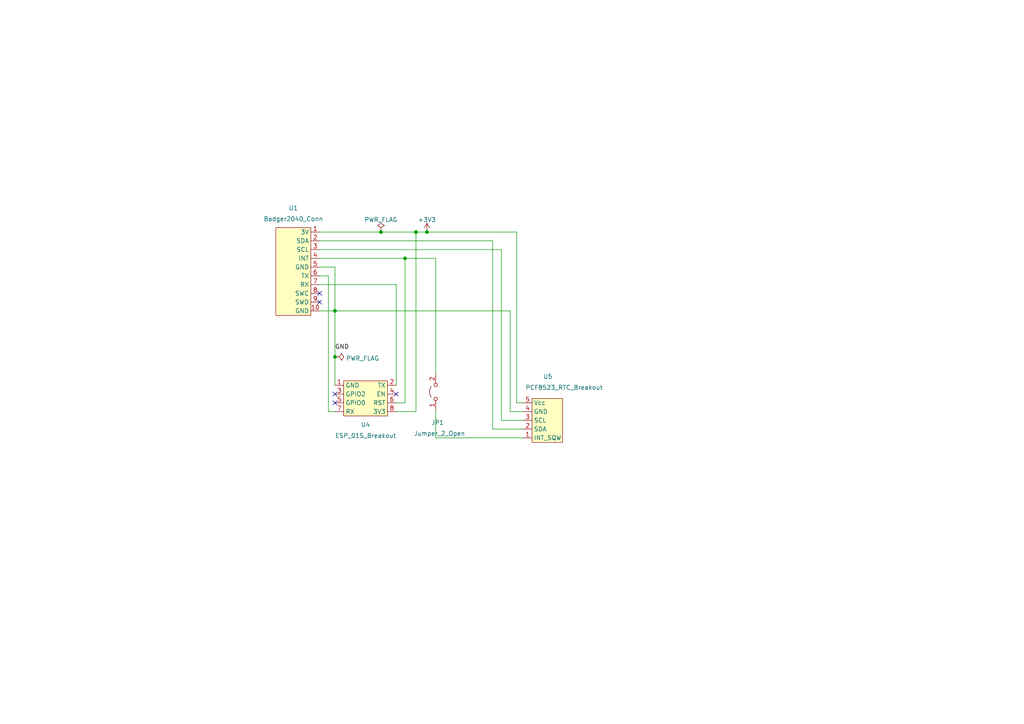
<source format=kicad_sch>
(kicad_sch (version 20211123) (generator eeschema)
  (paper "A4")
  (title_block (title "badger-240-wlan") (date "2022-11-12") (rev "4") (company "Bernhard Bablok") (comment 1 "https://github.com/bablokb/pcb-badger2040-wlan"))
  (lib_symbols
    (symbol "Jumper:Jumper_2_Open" (pin_names (offset 0) hide)
      (property "Reference" "JP" (at 0 2.794 0))
      (property "Value" "Jumper_2_Open" (at 0 -2.286 0))
      (symbol "Jumper_2_Open_0_0"
        (circle (center -2.032 0) (radius 0.508))
        (circle (center 2.032 0) (radius 0.508))
      )
      (symbol "Jumper_2_Open_0_1"
        (arc (start 1.524 1.27) (mid 0 1.778) (end -1.524 1.27))
      )
      (symbol "Jumper_2_Open_1_1"
        (pin passive line (at -5.08 0 0) (length 2.54) (name "A") (number "1"))
        (pin passive line (at 5.08 0 180) (length 2.54) (name "B") (number "2"))
      )
    )
    (symbol "power:+3V3" (power) (pin_names (offset 0))
      (property "Value" "+3V3" (at 0 3.556 0))
      (symbol "+3V3_0_1"
        (polyline (pts (xy -0.762 1.27) (xy 0 2.54)))
        (polyline (pts (xy 0 0) (xy 0 2.54)))
        (polyline (pts (xy 0 2.54) (xy 0.762 1.27)))
      )
      (symbol "+3V3_1_1"
        (pin power_in line (at 0 0 90) (length 0) hide (name "+3V3") (number "1"))
      )
    )
    (symbol "power:PWR_FLAG" (power) (pin_numbers hide) (pin_names (offset 0) hide)
      (property "Value" "PWR_FLAG" (at 0 3.81 0))
      (symbol "PWR_FLAG_0_0"
        (pin power_out line (at 0 0 90) (length 0) (name "pwr") (number "1"))
      )
      (symbol "PWR_FLAG_0_1"
        (polyline (pts (xy 0 0) (xy 0 1.27) (xy -1.016 1.905) (xy 0 2.54) (xy 1.016 1.905) (xy 0 1.27)))
      )
    )
    (symbol "user:Badger2040_Conn"
      (property "Reference" "U" (at 2.54 7.62 0))
      (property "Value" "Badger2040_Conn" (at 2.54 11.43 0))
      (symbol "Badger2040_Conn_0_1"
        (rectangle (start 0 5.08) (end 10.16 -20.32) (stroke (width 0.1524)) (fill (type background)))
      )
      (symbol "Badger2040_Conn_1_1"
        (pin power_in line (at -2.54 3.81 0) (length 2.54) (name "3V") (number "1"))
        (pin power_in line (at -2.54 -19.05 0) (length 2.54) (name "GND") (number "10"))
        (pin bidirectional line (at -2.54 1.27 0) (length 2.54) (name "SDA") (number "2"))
        (pin bidirectional line (at -2.54 -1.27 0) (length 2.54) (name "SCL") (number "3"))
        (pin bidirectional line (at -2.54 -3.81 0) (length 2.54) (name "INT") (number "4"))
        (pin power_in line (at -2.54 -6.35 0) (length 2.54) (name "GND") (number "5"))
        (pin bidirectional line (at -2.54 -8.89 0) (length 2.54) (name "TX") (number "6"))
        (pin input line (at -2.54 -11.43 0) (length 2.54) (name "RX") (number "7"))
        (pin bidirectional line (at -2.54 -13.97 0) (length 2.54) (name "SWC") (number "8"))
        (pin bidirectional line (at -2.54 -16.51 0) (length 2.54) (name "SWD") (number "9"))
      )
    )
    (symbol "user:ESP_01S_Breakout" (in_bom no)
      (property "Reference" "U" (at 0 6.35 0))
      (property "Value" "ESP_01S_Breakout" (at 0 8.89 0))
      (symbol "ESP_01S_Breakout_0_1"
        (rectangle (start -6.35 5.08) (end 6.35 -5.08) (stroke (width 0.1524)) (fill (type background)))
      )
      (symbol "ESP_01S_Breakout_1_1"
        (pin power_in line (at -8.89 3.81 0) (length 2.54) (name "GND") (number "1"))
        (pin output line (at 8.89 3.81 180) (length 2.54) (name "TX") (number "2"))
        (pin bidirectional line (at -8.89 1.27 0) (length 2.54) (name "GPIO2") (number "3"))
        (pin input line (at 8.89 1.27 180) (length 2.54) (name "EN") (number "4"))
        (pin bidirectional line (at -8.89 -1.27 0) (length 2.54) (name "GPIO0") (number "5"))
        (pin input line (at 8.89 -1.27 180) (length 2.54) (name "RST") (number "6"))
        (pin input line (at -8.89 -3.81 0) (length 2.54) (name "RX") (number "7"))
        (pin power_in line (at 8.89 -3.81 180) (length 2.54) (name "3V3") (number "8"))
      )
    )
    (symbol "user:PCF8523_RTC_Breakout" (in_bom no)
      (property "Reference" "U?" (at 2.54 10.16 0))
      (property "Value" "PCF8523_RTC_Breakout" (at -6.35 7.62 0))
      (symbol "PCF8523_RTC_Breakout_0_1"
        (rectangle (start -1.27 3.81) (end 7.62 -8.89) (stroke (width 0.1524)) (fill (type background)))
      )
      (symbol "PCF8523_RTC_Breakout_1_1"
        (pin output line (at -3.81 -7.62 0) (length 2.54) (name "INT_SQW") (number "1"))
        (pin output line (at -3.81 -5.08 0) (length 2.54) (name "SDA") (number "2"))
        (pin input line (at -3.81 -2.54 0) (length 2.54) (name "SCL") (number "3"))
        (pin power_in line (at -3.81 0 0) (length 2.54) (name "GND") (number "4"))
        (pin power_in line (at -3.81 2.54 0) (length 2.54) (name "Vcc") (number "5"))
      )
    )
  )
  (junction (at 97.155 103.505))
  (junction (at 97.155 90.17))
  (junction (at 117.475 74.93))
  (junction (at 120.65 67.31))
  (junction (at 110.49 67.31))
  (junction (at 123.825 67.31))
  (no_connect (at 97.155 114.3))
  (no_connect (at 114.935 114.3))
  (no_connect (at 97.155 116.84))
  (no_connect (at 92.71 87.63))
  (no_connect (at 92.71 85.09))
  (wire (pts (xy 151.765 124.46) (xy 142.875 124.46)))
  (wire (pts (xy 92.71 77.47) (xy 97.155 77.47)))
  (wire (pts (xy 92.71 72.39) (xy 145.415 72.39)))
  (wire (pts (xy 92.71 74.93) (xy 117.475 74.93)))
  (wire (pts (xy 120.65 119.38) (xy 120.65 67.31)))
  (wire (pts (xy 120.65 67.31) (xy 123.825 67.31)))
  (wire (pts (xy 97.155 90.17) (xy 147.955 90.17)))
  (wire (pts (xy 151.765 119.38) (xy 147.955 119.38)))
  (wire (pts (xy 97.155 90.17) (xy 97.155 103.505)))
  (wire (pts (xy 147.955 119.38) (xy 147.955 90.17)))
  (wire (pts (xy 149.86 67.31) (xy 149.86 116.84)))
  (wire (pts (xy 151.765 121.92) (xy 145.415 121.92)))
  (wire (pts (xy 151.765 116.84) (xy 149.86 116.84)))
  (wire (pts (xy 126.365 127) (xy 151.765 127)))
  (wire (pts (xy 110.49 67.31) (xy 120.65 67.31)))
  (wire (pts (xy 114.935 82.55) (xy 114.935 111.76)))
  (wire (pts (xy 92.71 80.01) (xy 95.25 80.01)))
  (wire (pts (xy 97.155 119.38) (xy 95.25 119.38)))
  (wire (pts (xy 92.71 82.55) (xy 114.935 82.55)))
  (wire (pts (xy 142.875 124.46) (xy 142.875 69.85)))
  (wire (pts (xy 145.415 121.92) (xy 145.415 72.39)))
  (wire (pts (xy 126.365 74.93) (xy 126.365 108.585)))
  (wire (pts (xy 126.365 127) (xy 126.365 118.745)))
  (wire (pts (xy 114.935 119.38) (xy 120.65 119.38)))
  (wire (pts (xy 97.155 77.47) (xy 97.155 90.17)))
  (wire (pts (xy 97.155 103.505) (xy 97.155 111.76)))
  (wire (pts (xy 92.71 90.17) (xy 97.155 90.17)))
  (wire (pts (xy 117.475 74.93) (xy 126.365 74.93)))
  (wire (pts (xy 123.825 67.31) (xy 149.86 67.31)))
  (wire (pts (xy 117.475 116.84) (xy 117.475 74.93)))
  (wire (pts (xy 92.71 67.31) (xy 110.49 67.31)))
  (wire (pts (xy 95.25 80.01) (xy 95.25 119.38)))
  (wire (pts (xy 92.71 69.85) (xy 142.875 69.85)))
  (wire (pts (xy 114.935 116.84) (xy 117.475 116.84)))
  (label "GND" (at 97.155 101.6 0))
  (symbol (lib_id "user:Badger2040_Conn") (at 90.17 71.12 0) (mirror y) (unit 1)
    (property "Reference" "U1" (at 85.09 60.325 0))
    (property "Value" "Badger2040_Conn" (at 85.09 63.5 0))
    (property "Footprint" "user:PinSocket_1x10_P2.54mm_Horizontal_Back" (effects hide))
  )
  (symbol (lib_id "power:+3V3") (at 123.825 67.31 0) (unit 1)
    (property "Reference" "#PWR01" (effects hide))
    (property "Value" "+3V3" (at 123.825 63.7342 0))
  )
  (symbol (lib_id "Jumper:Jumper_2_Open") (at 126.365 113.665 90) (unit 1)
    (property "Reference" "JP1" (at 125.095 122.555 90) (effects (justify right)))
    (property "Value" "Jumper_2_Open" (at 120.015 125.73 90) (effects (justify right)))
    (property "Footprint" "Jumper:SolderJumper-2_P1.3mm_Open_Pad1.0x1.5mm" (effects hide))
  )
  (symbol (lib_id "user:PCF8523_RTC_Breakout") (at 155.575 119.38 0) (unit 1) (in_bom no)
    (property "Reference" "U5" (at 157.48 109.22 0) (effects (justify left)))
    (property "Value" "PCF8523_RTC_Breakout" (at 152.4 112.395 0) (effects (justify left)))
    (property "Footprint" "user:PCF8523_Breakout" (effects hide))
  )
  (symbol (lib_id "power:PWR_FLAG") (at 97.155 103.505 270) (unit 1)
    (property "Reference" "#FLG0101" (effects hide))
    (property "Value" "PWR_FLAG" (at 100.33 103.9388 90) (effects (justify left)))
  )
  (symbol (lib_id "user:ESP_01S_Breakout") (at 106.045 115.57 0) (unit 1) (in_bom no)
    (property "Reference" "U4" (at 106.045 123.19 0))
    (property "Value" "ESP_01S_Breakout" (at 106.045 126.365 0))
    (property "Footprint" "user:ESP_01S_Breakout" (effects hide))
  )
  (symbol (lib_id "power:PWR_FLAG") (at 110.49 67.31 0) (unit 1)
    (property "Reference" "#FLG01" (effects hide))
    (property "Value" "PWR_FLAG" (at 110.49 63.7342 0))
  )
)
</source>
